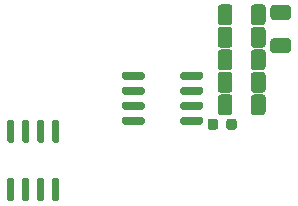
<source format=gbr>
%TF.GenerationSoftware,KiCad,Pcbnew,(5.1.6)-1*%
%TF.CreationDate,2023-12-18T11:35:21+08:00*%
%TF.ProjectId,stepper_motor,73746570-7065-4725-9f6d-6f746f722e6b,1*%
%TF.SameCoordinates,PX6979f40PYa1135a0*%
%TF.FileFunction,Paste,Bot*%
%TF.FilePolarity,Positive*%
%FSLAX46Y46*%
G04 Gerber Fmt 4.6, Leading zero omitted, Abs format (unit mm)*
G04 Created by KiCad (PCBNEW (5.1.6)-1) date 2023-12-18 11:35:21*
%MOMM*%
%LPD*%
G01*
G04 APERTURE LIST*
G04 APERTURE END LIST*
%TO.C,U6*%
G36*
G01*
X5103000Y10263000D02*
X4803000Y10263000D01*
G75*
G02*
X4653000Y10413000I0J150000D01*
G01*
X4653000Y12063000D01*
G75*
G02*
X4803000Y12213000I150000J0D01*
G01*
X5103000Y12213000D01*
G75*
G02*
X5253000Y12063000I0J-150000D01*
G01*
X5253000Y10413000D01*
G75*
G02*
X5103000Y10263000I-150000J0D01*
G01*
G37*
G36*
G01*
X3833000Y10263000D02*
X3533000Y10263000D01*
G75*
G02*
X3383000Y10413000I0J150000D01*
G01*
X3383000Y12063000D01*
G75*
G02*
X3533000Y12213000I150000J0D01*
G01*
X3833000Y12213000D01*
G75*
G02*
X3983000Y12063000I0J-150000D01*
G01*
X3983000Y10413000D01*
G75*
G02*
X3833000Y10263000I-150000J0D01*
G01*
G37*
G36*
G01*
X2563000Y10263000D02*
X2263000Y10263000D01*
G75*
G02*
X2113000Y10413000I0J150000D01*
G01*
X2113000Y12063000D01*
G75*
G02*
X2263000Y12213000I150000J0D01*
G01*
X2563000Y12213000D01*
G75*
G02*
X2713000Y12063000I0J-150000D01*
G01*
X2713000Y10413000D01*
G75*
G02*
X2563000Y10263000I-150000J0D01*
G01*
G37*
G36*
G01*
X1293000Y10263000D02*
X993000Y10263000D01*
G75*
G02*
X843000Y10413000I0J150000D01*
G01*
X843000Y12063000D01*
G75*
G02*
X993000Y12213000I150000J0D01*
G01*
X1293000Y12213000D01*
G75*
G02*
X1443000Y12063000I0J-150000D01*
G01*
X1443000Y10413000D01*
G75*
G02*
X1293000Y10263000I-150000J0D01*
G01*
G37*
G36*
G01*
X1293000Y5313000D02*
X993000Y5313000D01*
G75*
G02*
X843000Y5463000I0J150000D01*
G01*
X843000Y7113000D01*
G75*
G02*
X993000Y7263000I150000J0D01*
G01*
X1293000Y7263000D01*
G75*
G02*
X1443000Y7113000I0J-150000D01*
G01*
X1443000Y5463000D01*
G75*
G02*
X1293000Y5313000I-150000J0D01*
G01*
G37*
G36*
G01*
X2563000Y5313000D02*
X2263000Y5313000D01*
G75*
G02*
X2113000Y5463000I0J150000D01*
G01*
X2113000Y7113000D01*
G75*
G02*
X2263000Y7263000I150000J0D01*
G01*
X2563000Y7263000D01*
G75*
G02*
X2713000Y7113000I0J-150000D01*
G01*
X2713000Y5463000D01*
G75*
G02*
X2563000Y5313000I-150000J0D01*
G01*
G37*
G36*
G01*
X3833000Y5313000D02*
X3533000Y5313000D01*
G75*
G02*
X3383000Y5463000I0J150000D01*
G01*
X3383000Y7113000D01*
G75*
G02*
X3533000Y7263000I150000J0D01*
G01*
X3833000Y7263000D01*
G75*
G02*
X3983000Y7113000I0J-150000D01*
G01*
X3983000Y5463000D01*
G75*
G02*
X3833000Y5313000I-150000J0D01*
G01*
G37*
G36*
G01*
X5103000Y5313000D02*
X4803000Y5313000D01*
G75*
G02*
X4653000Y5463000I0J150000D01*
G01*
X4653000Y7113000D01*
G75*
G02*
X4803000Y7263000I150000J0D01*
G01*
X5103000Y7263000D01*
G75*
G02*
X5253000Y7113000I0J-150000D01*
G01*
X5253000Y5463000D01*
G75*
G02*
X5103000Y5313000I-150000J0D01*
G01*
G37*
%TD*%
%TO.C,U1*%
G36*
G01*
X10550000Y11945000D02*
X10550000Y12245000D01*
G75*
G02*
X10700000Y12395000I150000J0D01*
G01*
X12350000Y12395000D01*
G75*
G02*
X12500000Y12245000I0J-150000D01*
G01*
X12500000Y11945000D01*
G75*
G02*
X12350000Y11795000I-150000J0D01*
G01*
X10700000Y11795000D01*
G75*
G02*
X10550000Y11945000I0J150000D01*
G01*
G37*
G36*
G01*
X10550000Y13215000D02*
X10550000Y13515000D01*
G75*
G02*
X10700000Y13665000I150000J0D01*
G01*
X12350000Y13665000D01*
G75*
G02*
X12500000Y13515000I0J-150000D01*
G01*
X12500000Y13215000D01*
G75*
G02*
X12350000Y13065000I-150000J0D01*
G01*
X10700000Y13065000D01*
G75*
G02*
X10550000Y13215000I0J150000D01*
G01*
G37*
G36*
G01*
X10550000Y14485000D02*
X10550000Y14785000D01*
G75*
G02*
X10700000Y14935000I150000J0D01*
G01*
X12350000Y14935000D01*
G75*
G02*
X12500000Y14785000I0J-150000D01*
G01*
X12500000Y14485000D01*
G75*
G02*
X12350000Y14335000I-150000J0D01*
G01*
X10700000Y14335000D01*
G75*
G02*
X10550000Y14485000I0J150000D01*
G01*
G37*
G36*
G01*
X10550000Y15755000D02*
X10550000Y16055000D01*
G75*
G02*
X10700000Y16205000I150000J0D01*
G01*
X12350000Y16205000D01*
G75*
G02*
X12500000Y16055000I0J-150000D01*
G01*
X12500000Y15755000D01*
G75*
G02*
X12350000Y15605000I-150000J0D01*
G01*
X10700000Y15605000D01*
G75*
G02*
X10550000Y15755000I0J150000D01*
G01*
G37*
G36*
G01*
X15500000Y15755000D02*
X15500000Y16055000D01*
G75*
G02*
X15650000Y16205000I150000J0D01*
G01*
X17300000Y16205000D01*
G75*
G02*
X17450000Y16055000I0J-150000D01*
G01*
X17450000Y15755000D01*
G75*
G02*
X17300000Y15605000I-150000J0D01*
G01*
X15650000Y15605000D01*
G75*
G02*
X15500000Y15755000I0J150000D01*
G01*
G37*
G36*
G01*
X15500000Y14485000D02*
X15500000Y14785000D01*
G75*
G02*
X15650000Y14935000I150000J0D01*
G01*
X17300000Y14935000D01*
G75*
G02*
X17450000Y14785000I0J-150000D01*
G01*
X17450000Y14485000D01*
G75*
G02*
X17300000Y14335000I-150000J0D01*
G01*
X15650000Y14335000D01*
G75*
G02*
X15500000Y14485000I0J150000D01*
G01*
G37*
G36*
G01*
X15500000Y13215000D02*
X15500000Y13515000D01*
G75*
G02*
X15650000Y13665000I150000J0D01*
G01*
X17300000Y13665000D01*
G75*
G02*
X17450000Y13515000I0J-150000D01*
G01*
X17450000Y13215000D01*
G75*
G02*
X17300000Y13065000I-150000J0D01*
G01*
X15650000Y13065000D01*
G75*
G02*
X15500000Y13215000I0J150000D01*
G01*
G37*
G36*
G01*
X15500000Y11945000D02*
X15500000Y12245000D01*
G75*
G02*
X15650000Y12395000I150000J0D01*
G01*
X17300000Y12395000D01*
G75*
G02*
X17450000Y12245000I0J-150000D01*
G01*
X17450000Y11945000D01*
G75*
G02*
X17300000Y11795000I-150000J0D01*
G01*
X15650000Y11795000D01*
G75*
G02*
X15500000Y11945000I0J150000D01*
G01*
G37*
%TD*%
%TO.C,NTC1*%
G36*
G01*
X18700000Y12067250D02*
X18700000Y11554750D01*
G75*
G02*
X18481250Y11336000I-218750J0D01*
G01*
X18043750Y11336000D01*
G75*
G02*
X17825000Y11554750I0J218750D01*
G01*
X17825000Y12067250D01*
G75*
G02*
X18043750Y12286000I218750J0D01*
G01*
X18481250Y12286000D01*
G75*
G02*
X18700000Y12067250I0J-218750D01*
G01*
G37*
G36*
G01*
X20275000Y12067250D02*
X20275000Y11554750D01*
G75*
G02*
X20056250Y11336000I-218750J0D01*
G01*
X19618750Y11336000D01*
G75*
G02*
X19400000Y11554750I0J218750D01*
G01*
X19400000Y12067250D01*
G75*
G02*
X19618750Y12286000I218750J0D01*
G01*
X20056250Y12286000D01*
G75*
G02*
X20275000Y12067250I0J-218750D01*
G01*
G37*
%TD*%
%TO.C,C22*%
G36*
G01*
X21476000Y14742000D02*
X21476000Y15992000D01*
G75*
G02*
X21726000Y16242000I250000J0D01*
G01*
X22476000Y16242000D01*
G75*
G02*
X22726000Y15992000I0J-250000D01*
G01*
X22726000Y14742000D01*
G75*
G02*
X22476000Y14492000I-250000J0D01*
G01*
X21726000Y14492000D01*
G75*
G02*
X21476000Y14742000I0J250000D01*
G01*
G37*
G36*
G01*
X18676000Y14742000D02*
X18676000Y15992000D01*
G75*
G02*
X18926000Y16242000I250000J0D01*
G01*
X19676000Y16242000D01*
G75*
G02*
X19926000Y15992000I0J-250000D01*
G01*
X19926000Y14742000D01*
G75*
G02*
X19676000Y14492000I-250000J0D01*
G01*
X18926000Y14492000D01*
G75*
G02*
X18676000Y14742000I0J250000D01*
G01*
G37*
%TD*%
%TO.C,C21*%
G36*
G01*
X21476000Y16647000D02*
X21476000Y17897000D01*
G75*
G02*
X21726000Y18147000I250000J0D01*
G01*
X22476000Y18147000D01*
G75*
G02*
X22726000Y17897000I0J-250000D01*
G01*
X22726000Y16647000D01*
G75*
G02*
X22476000Y16397000I-250000J0D01*
G01*
X21726000Y16397000D01*
G75*
G02*
X21476000Y16647000I0J250000D01*
G01*
G37*
G36*
G01*
X18676000Y16647000D02*
X18676000Y17897000D01*
G75*
G02*
X18926000Y18147000I250000J0D01*
G01*
X19676000Y18147000D01*
G75*
G02*
X19926000Y17897000I0J-250000D01*
G01*
X19926000Y16647000D01*
G75*
G02*
X19676000Y16397000I-250000J0D01*
G01*
X18926000Y16397000D01*
G75*
G02*
X18676000Y16647000I0J250000D01*
G01*
G37*
%TD*%
%TO.C,C18*%
G36*
G01*
X24628000Y20650500D02*
X23378000Y20650500D01*
G75*
G02*
X23128000Y20900500I0J250000D01*
G01*
X23128000Y21650500D01*
G75*
G02*
X23378000Y21900500I250000J0D01*
G01*
X24628000Y21900500D01*
G75*
G02*
X24878000Y21650500I0J-250000D01*
G01*
X24878000Y20900500D01*
G75*
G02*
X24628000Y20650500I-250000J0D01*
G01*
G37*
G36*
G01*
X24628000Y17850500D02*
X23378000Y17850500D01*
G75*
G02*
X23128000Y18100500I0J250000D01*
G01*
X23128000Y18850500D01*
G75*
G02*
X23378000Y19100500I250000J0D01*
G01*
X24628000Y19100500D01*
G75*
G02*
X24878000Y18850500I0J-250000D01*
G01*
X24878000Y18100500D01*
G75*
G02*
X24628000Y17850500I-250000J0D01*
G01*
G37*
%TD*%
%TO.C,C17*%
G36*
G01*
X21476000Y18552000D02*
X21476000Y19802000D01*
G75*
G02*
X21726000Y20052000I250000J0D01*
G01*
X22476000Y20052000D01*
G75*
G02*
X22726000Y19802000I0J-250000D01*
G01*
X22726000Y18552000D01*
G75*
G02*
X22476000Y18302000I-250000J0D01*
G01*
X21726000Y18302000D01*
G75*
G02*
X21476000Y18552000I0J250000D01*
G01*
G37*
G36*
G01*
X18676000Y18552000D02*
X18676000Y19802000D01*
G75*
G02*
X18926000Y20052000I250000J0D01*
G01*
X19676000Y20052000D01*
G75*
G02*
X19926000Y19802000I0J-250000D01*
G01*
X19926000Y18552000D01*
G75*
G02*
X19676000Y18302000I-250000J0D01*
G01*
X18926000Y18302000D01*
G75*
G02*
X18676000Y18552000I0J250000D01*
G01*
G37*
%TD*%
%TO.C,C14*%
G36*
G01*
X21476000Y12837000D02*
X21476000Y14087000D01*
G75*
G02*
X21726000Y14337000I250000J0D01*
G01*
X22476000Y14337000D01*
G75*
G02*
X22726000Y14087000I0J-250000D01*
G01*
X22726000Y12837000D01*
G75*
G02*
X22476000Y12587000I-250000J0D01*
G01*
X21726000Y12587000D01*
G75*
G02*
X21476000Y12837000I0J250000D01*
G01*
G37*
G36*
G01*
X18676000Y12837000D02*
X18676000Y14087000D01*
G75*
G02*
X18926000Y14337000I250000J0D01*
G01*
X19676000Y14337000D01*
G75*
G02*
X19926000Y14087000I0J-250000D01*
G01*
X19926000Y12837000D01*
G75*
G02*
X19676000Y12587000I-250000J0D01*
G01*
X18926000Y12587000D01*
G75*
G02*
X18676000Y12837000I0J250000D01*
G01*
G37*
%TD*%
%TO.C,C13*%
G36*
G01*
X21476000Y20457000D02*
X21476000Y21707000D01*
G75*
G02*
X21726000Y21957000I250000J0D01*
G01*
X22476000Y21957000D01*
G75*
G02*
X22726000Y21707000I0J-250000D01*
G01*
X22726000Y20457000D01*
G75*
G02*
X22476000Y20207000I-250000J0D01*
G01*
X21726000Y20207000D01*
G75*
G02*
X21476000Y20457000I0J250000D01*
G01*
G37*
G36*
G01*
X18676000Y20457000D02*
X18676000Y21707000D01*
G75*
G02*
X18926000Y21957000I250000J0D01*
G01*
X19676000Y21957000D01*
G75*
G02*
X19926000Y21707000I0J-250000D01*
G01*
X19926000Y20457000D01*
G75*
G02*
X19676000Y20207000I-250000J0D01*
G01*
X18926000Y20207000D01*
G75*
G02*
X18676000Y20457000I0J250000D01*
G01*
G37*
%TD*%
M02*

</source>
